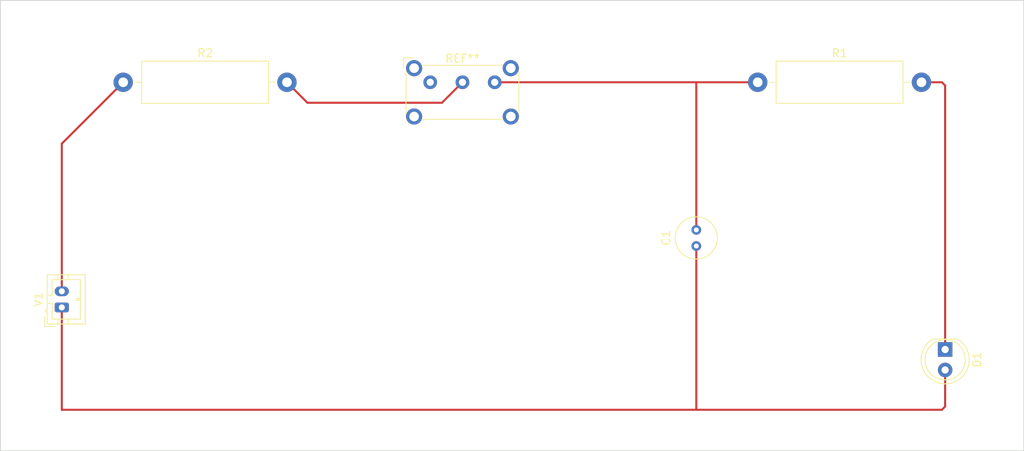
<source format=kicad_pcb>
(kicad_pcb (version 20211014) (generator pcbnew)
  (title_block (title "Lab 6") (date "2023-02-07"))
  (layers (0 "F.Cu" signal) (31 "B.Cu" signal) (34 "B.Paste" user) (35 "F.Paste" user) (36 "B.SilkS" user "B.Silkscreen") (37 "F.SilkS" user "F.Silkscreen") (38 "B.Mask" user) (39 "F.Mask" user) (44 "Edge.Cuts" user))
  (net 0 "")
  (footprint "Capacitor_THT:C_Radial_D5.0mm_H5.0mm_P2.00mm" (layer "F.Cu") (at 180.34 91.44 90)
    (fp_text reference "C1" (at 1 -3.75 90) (layer "F.SilkS"))
    (fp_text value "4.7 uF")
    (fp_circle (center 1 0) (end 3.62 0) (layer "F.SilkS") (width 0.12) (fill none))
    (pad "1" thru_hole circle (at 0 0 90) (size 1.2 1.2) (drill 0.6) (layers *.Cu *.Mask))
    (pad "2" thru_hole circle (at 2 0 90) (size 1.2 1.2) (drill 0.6) (layers *.Cu *.Mask))
  )
  (footprint "LED_THT:LED_D5.0mm" (layer "F.Cu") (at 211.21936 104.280016 -90)
    (fp_text reference "D1" (at 1.27 -3.96 90) (layer "F.SilkS"))
    (fp_text value "LED_D5.0mm" hide)
    (fp_line (start -1.29 -1.545) (end -1.29 1.545) (layer "F.SilkS") (width 0.12))
    (fp_arc (start 4.26 -0.000462) (mid 2.072002 2.880433) (end -1.29 1.54483) (layer "F.SilkS") (width 0.12))
    (fp_arc (start -1.29 -1.54483) (mid 2.072002 -2.880433) (end 4.26 0.000462) (layer "F.SilkS") (width 0.12))
    (fp_circle (center 1.27 0) (end 3.77 0) (layer "F.SilkS") (width 0.12) (fill none))
    (pad "1" thru_hole rect (at 0 0 270) (size 1.8 1.8) (drill 0.9) (layers *.Cu *.Mask))
    (pad "2" thru_hole circle (at 2.54 0 270) (size 1.8 1.8) (drill 0.9) (layers *.Cu *.Mask))
  )
  (footprint "Connector_JST:JST_PH_B2B-PH-K_1x02_P2.00mm_Vertical" (layer "F.Cu") (at 101.6 99.06 90)
    (fp_text reference "V1" (at 1 -2.9 90) (layer "F.SilkS"))
    (fp_text value "9 V")
    (fp_line (start 3.45 2.3) (end 3.45 -1.2) (layer "F.SilkS") (width 0.12))
    (fp_line (start -0.6 -2.01) (end -0.6 -1.81) (layer "F.SilkS") (width 0.12))
    (fp_line (start -0.3 -1.91) (end -0.6 -1.91) (layer "F.SilkS") (width 0.12))
    (fp_line (start 4.06 0.8) (end 3.45 0.8) (layer "F.SilkS") (width 0.12))
    (fp_line (start -2.06 -0.5) (end -1.45 -0.5) (layer "F.SilkS") (width 0.12))
    (fp_line (start 0.5 -1.81) (end 0.5 -1.2) (layer "F.SilkS") (width 0.12))
    (fp_line (start 0.9 2.3) (end 0.9 1.8) (layer "F.SilkS") (width 0.12))
    (fp_line (start 0.5 -1.2) (end -1.45 -1.2) (layer "F.SilkS") (width 0.12))
    (fp_line (start 4.06 -0.5) (end 3.45 -0.5) (layer "F.SilkS") (width 0.12))
    (fp_line (start -2.36 -2.11) (end -2.36 -0.86) (layer "F.SilkS") (width 0.12))
    (fp_line (start -1.45 -1.2) (end -1.45 2.3) (layer "F.SilkS") (width 0.12))
    (fp_line (start -2.06 2.91) (end 4.06 2.91) (layer "F.SilkS") (width 0.12))
    (fp_line (start 1 2.3) (end 1 1.8) (layer "F.SilkS") (width 0.12))
    (fp_line (start 0.9 1.8) (end 1.1 1.8) (layer "F.SilkS") (width 0.12))
    (fp_line (start -0.3 -1.81) (end -0.3 -2.01) (layer "F.SilkS") (width 0.12))
    (fp_line (start -1.45 2.3) (end 3.45 2.3) (layer "F.SilkS") (width 0.12))
    (fp_line (start 4.06 2.91) (end 4.06 -1.81) (layer "F.SilkS") (width 0.12))
    (fp_line (start -0.3 -2.01) (end -0.6 -2.01) (layer "F.SilkS") (width 0.12))
    (fp_line (start -2.06 0.8) (end -1.45 0.8) (layer "F.SilkS") (width 0.12))
    (fp_line (start -2.06 -1.81) (end -2.06 2.91) (layer "F.SilkS") (width 0.12))
    (fp_line (start 1.5 -1.2) (end 1.5 -1.81) (layer "F.SilkS") (width 0.12))
    (fp_line (start 4.06 -1.81) (end -2.06 -1.81) (layer "F.SilkS") (width 0.12))
    (fp_line (start -1.11 -2.11) (end -2.36 -2.11) (layer "F.SilkS") (width 0.12))
    (fp_line (start 3.45 -1.2) (end 1.5 -1.2) (layer "F.SilkS") (width 0.12))
    (fp_line (start 1.1 1.8) (end 1.1 2.3) (layer "F.SilkS") (width 0.12))
    (pad "1" thru_hole roundrect (at 0 0 90) (size 1.2 1.75) (drill 0.75) (layers *.Cu *.Mask) (roundrect_rratio 0.2083333333))
    (pad "2" thru_hole oval (at 2 0 90) (size 1.2 1.75) (drill 0.75) (layers *.Cu *.Mask))
  )
  (footprint "Resistor_THT:R_Axial_DIN0516_L15.5mm_D5.0mm_P20.32mm_Horizontal" (layer "F.Cu") (at 187.96 71.12)
    (fp_text reference "R1" (at 10.16 -3.62) (layer "F.SilkS"))
    (fp_text value "R_Axial_DIN0516_L15.5mm_D5.0mm_P20.32mm_Horizontal" hide)
    (fp_line (start 2.29 2.62) (end 18.03 2.62) (layer "F.SilkS") (width 0.12))
    (fp_line (start 18.03 -2.62) (end 2.29 -2.62) (layer "F.SilkS") (width 0.12))
    (fp_line (start 1.44 0) (end 2.29 0) (layer "F.SilkS") (width 0.12))
    (fp_line (start 18.03 2.62) (end 18.03 -2.62) (layer "F.SilkS") (width 0.12))
    (fp_line (start 2.29 -2.62) (end 2.29 2.62) (layer "F.SilkS") (width 0.12))
    (fp_line (start 18.88 0) (end 18.03 0) (layer "F.SilkS") (width 0.12))
    (pad "1" thru_hole circle (at 0 0) (size 2.4 2.4) (drill 1.2) (layers *.Cu *.Mask))
    (pad "2" thru_hole oval (at 20.32 0) (size 2.4 2.4) (drill 1.2) (layers *.Cu *.Mask))
  )
  (footprint "Resistor_THT:R_Axial_DIN0516_L15.5mm_D5.0mm_P20.32mm_Horizontal" (layer "F.Cu") (at 109.22 71.12)
    (fp_text reference "R2" (at 10.16 -3.62) (layer "F.SilkS"))
    (fp_text value "R_Axial_DIN0516_L15.5mm_D5.0mm_P20.32mm_Horizontal" hide)
    (fp_line (start 2.29 -2.62) (end 2.29 2.62) (layer "F.SilkS") (width 0.12))
    (fp_line (start 1.44 0) (end 2.29 0) (layer "F.SilkS") (width 0.12))
    (fp_line (start 18.03 -2.62) (end 2.29 -2.62) (layer "F.SilkS") (width 0.12))
    (fp_line (start 2.29 2.62) (end 18.03 2.62) (layer "F.SilkS") (width 0.12))
    (fp_line (start 18.03 2.62) (end 18.03 -2.62) (layer "F.SilkS") (width 0.12))
    (fp_line (start 18.88 0) (end 18.03 0) (layer "F.SilkS") (width 0.12))
    (pad "1" thru_hole circle (at 0 0) (size 2.4 2.4) (drill 1.2) (layers *.Cu *.Mask))
    (pad "2" thru_hole oval (at 20.32 0) (size 2.4 2.4) (drill 1.2) (layers *.Cu *.Mask))
  )
  (footprint "Button_Switch_THT:SW_E-Switch_EG1224_SPDT_Angled" (layer "F.Cu") (at 147.32 71.12)
    (fp_text reference "REF**" (at 4 -2.95) (layer "F.SilkS"))
    (fp_text value "SW_E-Switch_EG1224_SPDT_Angled" hide)
    (fp_line (start 11 -1.35) (end 11 3.85) (layer "F.SilkS") (width 0.12))
    (fp_line (start -3.3 -3.05) (end -2 -3.05) (layer "F.SilkS") (width 0.12))
    (fp_line (start -3 3.85) (end -3 -1.35) (layer "F.SilkS") (width 0.12))
    (fp_line (start -0.95 -2.1) (end 8.95 -2.1) (layer "F.SilkS") (width 0.12))
    (fp_line (start -3.3 -1.75) (end -3.3 -3.05) (layer "F.SilkS") (width 0.12))
    (fp_line (start 8.95 4.6) (end -0.95 4.6) (layer "F.SilkS") (width 0.12))
    (pad "" thru_hole circle (at 10 4.25) (size 2 2) (drill 1.2) (layers *.Cu *.Mask))
    (pad "" thru_hole circle (at 10 -1.75) (size 2 2) (drill 1.2) (layers *.Cu *.Mask))
    (pad "" thru_hole circle (at -2 -1.75) (size 2 2) (drill 1.2) (layers *.Cu *.Mask))
    (pad "" thru_hole circle (at -2 4.25) (size 2 2) (drill 1.2) (layers *.Cu *.Mask))
    (pad "1" thru_hole circle (at 0 0) (size 1.7 1.7) (drill 0.9) (layers *.Cu *.Mask))
    (pad "2" thru_hole circle (at 4 0) (size 1.7 1.7) (drill 0.9) (layers *.Cu *.Mask))
    (pad "3" thru_hole circle (at 8 0) (size 1.7 1.7) (drill 0.9) (layers *.Cu *.Mask))
  )
  (gr_line (start 93.98 60.96) (end 220.98 60.96) (layer "Edge.Cuts") (width 0.1))
  (gr_line (start 220.98 60.96) (end 220.98 116.84) (layer "Edge.Cuts") (width 0.1))
  (gr_line (start 93.98 116.84) (end 93.98 68.58) (layer "Edge.Cuts") (width 0.1))
  (gr_line (start 220.98 116.84) (end 93.98 116.84) (layer "Edge.Cuts") (width 0.1))
  (gr_line (start 93.98 68.58) (end 93.98 60.96) (layer "Edge.Cuts") (width 0.1))
  (segment (start 151.32 71.12) (end 148.78 73.66) (width 0.25) (layer "F.Cu") (net 0))
  (segment (start 180.34 89.44) (end 180.34 71.12) (width 0.25) (layer "F.Cu") (net 0))
  (segment (start 101.6 97.06) (end 101.6 78.74) (width 0.25) (layer "F.Cu") (net 0))
  (segment (start 132.08 73.66) (end 129.54 71.12) (width 0.25) (layer "F.Cu") (net 0))
  (segment (start 148.78 73.66) (end 132.08 73.66) (width 0.25) (layer "F.Cu") (net 0))
  (segment (start 180.34 91.44) (end 180.34 111.76) (width 0.25) (layer "F.Cu") (net 0))
  (segment (start 208.28 71.12) (end 210.82 71.12) (width 0.25) (layer "F.Cu") (net 0))
  (segment (start 211.21936 111.36064) (end 210.82 111.76) (width 0.25) (layer "F.Cu") (net 0))
  (segment (start 101.6 99.06) (end 101.6 111.76) (width 0.25) (layer "F.Cu") (net 0))
  (segment (start 101.6 78.74) (end 109.22 71.12) (width 0.25) (layer "F.Cu") (net 0))
  (segment (start 211.21936 106.340016) (end 211.21936 111.36064) (width 0.25) (layer "F.Cu") (net 0))
  (segment (start 210.82 71.12) (end 211.21936 71.51936) (width 0.25) (layer "F.Cu") (net 0))
  (segment (start 155.32 71.12) (end 187.96 71.12) (width 0.25) (layer "F.Cu") (net 0))
  (segment (start 211.21936 71.51936) (end 211.21936 104.280016) (width 0.25) (layer "F.Cu") (net 0))
  (segment (start 210.82 111.76) (end 101.6 111.76) (width 0.25) (layer "F.Cu") (net 0))
)
</source>
